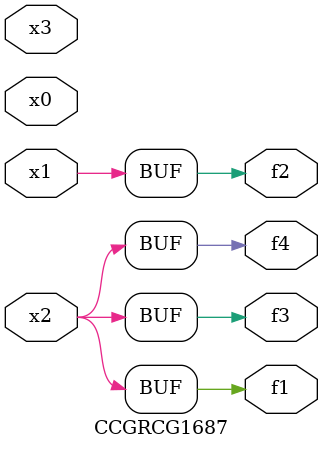
<source format=v>
module CCGRCG1687(
	input x0, x1, x2, x3,
	output f1, f2, f3, f4
);
	assign f1 = x2;
	assign f2 = x1;
	assign f3 = x2;
	assign f4 = x2;
endmodule

</source>
